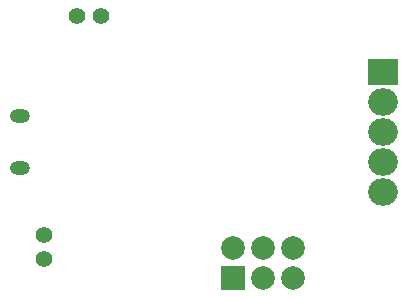
<source format=gbr>
G04 DipTrace 2.4.0.2*
%INBottomMask.gbr*%
%MOMM*%
%ADD33C,1.422*%
%ADD73O,1.7X1.2*%
%ADD83O,2.5X2.3*%
%ADD85R,2.5X2.3*%
%ADD101C,2.0*%
%ADD103R,2.0X2.0*%
%FSLAX53Y53*%
G04*
G71*
G90*
G75*
G01*
%LNBotMask*%
%LPD*%
D103*
X21130Y2962D3*
D101*
X23670D3*
X26210D3*
Y5502D3*
X23670D3*
X21130D3*
D33*
X5123Y6572D3*
Y4572D3*
X9905Y25186D3*
X7905D3*
D85*
X33779Y20406D3*
D83*
Y17866D3*
Y15326D3*
Y12786D3*
Y10246D3*
D73*
X3059Y16687D3*
Y12287D3*
M02*

</source>
